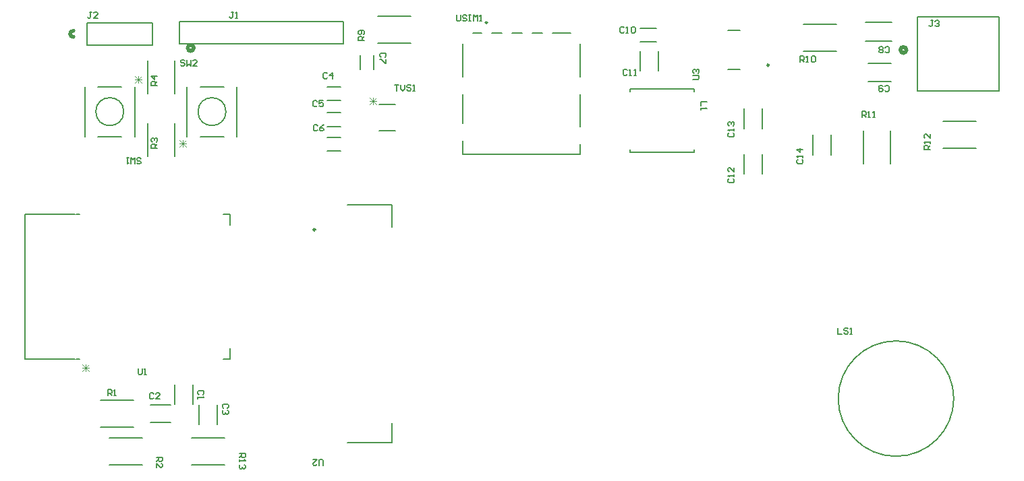
<source format=gto>
G04*
G04 #@! TF.GenerationSoftware,Altium Limited,Altium Designer,24.8.2 (39)*
G04*
G04 Layer_Color=65535*
%FSLAX44Y44*%
%MOMM*%
G71*
G04*
G04 #@! TF.SameCoordinates,F9089647-E578-4EC2-B09E-D5C07AF86723*
G04*
G04*
G04 #@! TF.FilePolarity,Positive*
G04*
G01*
G75*
%ADD10C,0.1524*%
%ADD11C,0.2500*%
%ADD12C,0.1500*%
%ADD13C,0.5080*%
%ADD14C,0.2000*%
%ADD15C,0.1270*%
%ADD16C,0.0762*%
%ADD17C,0.1778*%
D10*
X188976Y457200D02*
G03*
X188976Y457200I-17526J0D01*
G01*
X60706D02*
G03*
X60706Y457200I-17526J0D01*
G01*
X763Y145907D02*
X5197D01*
X-63208Y328533D02*
X-763D01*
X156596Y488442D02*
X186304D01*
X194348Y314843D02*
Y328533D01*
X140208Y425958D02*
Y488442D01*
X-63208Y145907D02*
X-763D01*
X185842Y328533D02*
X194348D01*
Y145907D02*
Y159598D01*
X763Y328533D02*
X5197D01*
X-63208Y145907D02*
Y328533D01*
X156596Y425958D02*
X186304D01*
X202692D02*
Y488442D01*
X185842Y145907D02*
X194348D01*
X381127Y466090D02*
X401193D01*
X381127Y433070D02*
X401193D01*
X130810Y570230D02*
X336550D01*
X96774Y541020D02*
Y568960D01*
X28326Y425958D02*
X58034D01*
X11938D02*
Y488442D01*
X14986Y568960D02*
X96774D01*
X14986Y541020D02*
Y568960D01*
X1159580Y483400D02*
Y575940D01*
X1057040Y483400D02*
X1159580D01*
X74422Y425958D02*
Y488442D01*
X130810Y542290D02*
X336550D01*
X28326Y488442D02*
X58034D01*
X130810Y542290D02*
Y570230D01*
X14986Y541020D02*
X96774D01*
X336550Y542290D02*
Y570230D01*
X1057040Y483400D02*
Y575940D01*
X1159580D01*
D11*
X301260Y308920D02*
G03*
X301260Y308920I-1250J0D01*
G01*
X516970Y569290D02*
G03*
X516970Y569290I-1250J0D01*
G01*
X870520Y515620D02*
G03*
X870520Y515620I-1250J0D01*
G01*
D12*
X1102470Y96520D02*
G03*
X1102470Y96520I-72500J0D01*
G01*
D13*
X1043070Y534670D02*
G03*
X1043070Y534670I-3810J0D01*
G01*
X148590Y537210D02*
G03*
X148590Y537210I-3810J0D01*
G01*
X-2540Y558792D02*
G03*
X-2540Y551189I-254J-3801D01*
G01*
D14*
X42811Y47480D02*
X84189D01*
X90950Y400951D02*
Y442329D01*
X1022840Y392061D02*
Y433439D01*
X914031Y532910D02*
X955409D01*
X708760Y562220D02*
X728880D01*
X988840Y392061D02*
Y433439D01*
X42811Y13480D02*
X84189D01*
X145681Y47480D02*
X187059D01*
X90950Y479691D02*
Y521069D01*
X124950Y400951D02*
Y442329D01*
Y479691D02*
Y521069D01*
X145681Y13480D02*
X187059D01*
X341510Y41420D02*
X397510D01*
X94149Y66220D02*
X119211D01*
X94149Y88720D02*
X119211D01*
X379361Y577070D02*
X420739D01*
X397510Y41420D02*
Y65920D01*
X341510Y340420D02*
X397510D01*
X147140Y89069D02*
Y114131D01*
X31381Y60470D02*
X72759D01*
X31381Y94470D02*
X72759D01*
X177620Y63669D02*
Y88731D01*
X155120Y63669D02*
Y88731D01*
X124640Y89069D02*
Y114131D01*
X379361Y543070D02*
X420739D01*
X862150Y436019D02*
Y461081D01*
X839650Y378629D02*
Y403691D01*
X914031Y566910D02*
X955409D01*
X1089291Y410990D02*
X1130669D01*
X1089291Y444990D02*
X1130669D01*
X839650Y436019D02*
Y461081D01*
X731340Y508169D02*
Y533231D01*
X708840Y508169D02*
Y533231D01*
X397510Y311920D02*
Y340420D01*
X926010Y402759D02*
Y427821D01*
X948510Y402759D02*
Y427821D01*
X708760Y545220D02*
X728880D01*
X862150Y378629D02*
Y403691D01*
X991849Y545749D02*
X1024911D01*
X991849Y569311D02*
X1024911D01*
X995119Y495449D02*
X1024181D01*
X995119Y518011D02*
X1024181D01*
X498670Y555990D02*
X509520D01*
X633720Y403290D02*
Y416690D01*
Y438190D02*
Y479290D01*
X573820Y555990D02*
X585720D01*
X548420D02*
X560320D01*
X523020D02*
X534920D01*
X633720Y500790D02*
Y542790D01*
X486420Y403290D02*
X633720D01*
X315720Y455700D02*
X333220D01*
X315773Y438670D02*
X333273D01*
X486420Y442190D02*
Y479290D01*
Y500790D02*
Y542790D01*
X599220Y555990D02*
X621470D01*
X486420Y403290D02*
Y420690D01*
X315720Y488560D02*
X333220D01*
X357230Y510627D02*
Y528126D01*
X374260Y510680D02*
Y528180D01*
X819270Y559170D02*
X834270D01*
X819270Y510170D02*
X834270D01*
X315720Y425060D02*
X333220D01*
X315773Y408030D02*
X333273D01*
X315773Y471530D02*
X333273D01*
D15*
X696600Y405770D02*
Y409595D01*
Y405770D02*
X776600D01*
Y409595D01*
X696600Y485770D02*
X776600D01*
Y481945D02*
Y485770D01*
X696600Y481945D02*
Y485770D01*
D16*
X131004Y413004D02*
X139468Y421468D01*
Y413004D02*
X131004Y421468D01*
X135236Y413004D02*
Y421468D01*
X139468Y417236D02*
X131004D01*
X8740Y130844D02*
X17204Y139308D01*
Y130844D02*
X8740Y139308D01*
X12972Y130844D02*
Y139308D01*
X17204Y135076D02*
X8740D01*
X368980Y474486D02*
X377444Y466022D01*
X368980D02*
X377444Y474486D01*
X368980Y470254D02*
X377444D01*
X373212Y466022D02*
Y474486D01*
X83626Y501396D02*
X75162Y492932D01*
Y501396D02*
X83626Y492932D01*
X79394Y501396D02*
Y492932D01*
X75162Y497164D02*
X83626D01*
D17*
X310948Y12743D02*
Y19091D01*
X309678Y20360D01*
X307139D01*
X305870Y19091D01*
Y12743D01*
X298252Y20360D02*
X303330D01*
X298252Y15282D01*
Y14012D01*
X299522Y12743D01*
X302061D01*
X303330Y14012D01*
X478309Y578637D02*
Y572289D01*
X479579Y571019D01*
X482118D01*
X483387Y572289D01*
Y578637D01*
X491005Y577367D02*
X489735Y578637D01*
X487196D01*
X485927Y577367D01*
Y576097D01*
X487196Y574828D01*
X489735D01*
X491005Y573558D01*
Y572289D01*
X489735Y571019D01*
X487196D01*
X485927Y572289D01*
X493544Y578637D02*
X496083D01*
X494814D01*
Y571019D01*
X493544D01*
X496083D01*
X499892D02*
Y578637D01*
X502431Y576097D01*
X504970Y578637D01*
Y571019D01*
X507509D02*
X510049D01*
X508779D01*
Y578637D01*
X507509Y577367D01*
X987425Y449987D02*
Y457605D01*
X991234D01*
X992503Y456335D01*
Y453796D01*
X991234Y452526D01*
X987425D01*
X989964D02*
X992503Y449987D01*
X995042D02*
X997582D01*
X996312D01*
Y457605D01*
X995042Y456335D01*
X1001391Y449987D02*
X1003930D01*
X1002660D01*
Y457605D01*
X1001391Y456335D01*
X205741Y27302D02*
X213359D01*
Y23493D01*
X212089Y22224D01*
X209550D01*
X208280Y23493D01*
Y27302D01*
Y24763D02*
X205741Y22224D01*
Y19684D02*
Y17145D01*
Y18415D01*
X213359D01*
X212089Y19684D01*
Y13336D02*
X213359Y12067D01*
Y9528D01*
X212089Y8258D01*
X210820D01*
X209550Y9528D01*
Y10797D01*
Y9528D01*
X208280Y8258D01*
X207011D01*
X205741Y9528D01*
Y12067D01*
X207011Y13336D01*
X957199Y185544D02*
Y177927D01*
X962277D01*
X969895Y184275D02*
X968625Y185544D01*
X966086D01*
X964817Y184275D01*
Y183005D01*
X966086Y181736D01*
X968625D01*
X969895Y180466D01*
Y179197D01*
X968625Y177927D01*
X966086D01*
X964817Y179197D01*
X972434Y177927D02*
X974973D01*
X973704D01*
Y185544D01*
X972434Y184275D01*
X137031Y521079D02*
X135762Y522349D01*
X133223D01*
X131953Y521079D01*
Y519809D01*
X133223Y518540D01*
X135762D01*
X137031Y517270D01*
Y516001D01*
X135762Y514731D01*
X133223D01*
X131953Y516001D01*
X139571Y522349D02*
Y514731D01*
X142110Y517270D01*
X144649Y514731D01*
Y522349D01*
X152266Y514731D02*
X147188D01*
X152266Y519809D01*
Y521079D01*
X150997Y522349D01*
X148458D01*
X147188Y521079D01*
X77097Y392819D02*
X78366Y391549D01*
X80906D01*
X82175Y392819D01*
Y394089D01*
X80906Y395358D01*
X78366D01*
X77097Y396628D01*
Y397897D01*
X78366Y399167D01*
X80906D01*
X82175Y397897D01*
X74557Y391549D02*
Y399167D01*
X72018Y396628D01*
X69479Y399167D01*
Y391549D01*
X66940Y399167D02*
X64401D01*
X65670D01*
Y391549D01*
X66940Y392819D01*
X1072743Y409575D02*
X1065125D01*
Y413384D01*
X1066395Y414653D01*
X1068934D01*
X1070204Y413384D01*
Y409575D01*
Y412114D02*
X1072743Y414653D01*
Y417192D02*
Y419732D01*
Y418462D01*
X1065125D01*
X1066395Y417192D01*
X1072743Y428619D02*
Y423540D01*
X1067664Y428619D01*
X1066395D01*
X1065125Y427349D01*
Y424810D01*
X1066395Y423540D01*
X909958Y519431D02*
Y527049D01*
X913767D01*
X915036Y525779D01*
Y523240D01*
X913767Y521970D01*
X909958D01*
X912497D02*
X915036Y519431D01*
X917576D02*
X920115D01*
X918845D01*
Y527049D01*
X917576Y525779D01*
X923924D02*
X925193Y527049D01*
X927732D01*
X929002Y525779D01*
Y520701D01*
X927732Y519431D01*
X925193D01*
X923924Y520701D01*
Y525779D01*
X362813Y546481D02*
X355195D01*
Y550290D01*
X356465Y551559D01*
X359004D01*
X360274Y550290D01*
Y546481D01*
Y549020D02*
X362813Y551559D01*
X361543Y554099D02*
X362813Y555368D01*
Y557907D01*
X361543Y559177D01*
X356465D01*
X355195Y557907D01*
Y555368D01*
X356465Y554099D01*
X357734D01*
X359004Y555368D01*
Y559177D01*
X102997Y490093D02*
X95379D01*
Y493902D01*
X96649Y495171D01*
X99188D01*
X100458Y493902D01*
Y490093D01*
Y492632D02*
X102997Y495171D01*
Y501519D02*
X95379D01*
X99188Y497710D01*
Y502789D01*
X102997Y411353D02*
X95379D01*
Y415162D01*
X96649Y416431D01*
X99188D01*
X100458Y415162D01*
Y411353D01*
Y413892D02*
X102997Y416431D01*
X96649Y418971D02*
X95379Y420240D01*
Y422779D01*
X96649Y424049D01*
X97918D01*
X99188Y422779D01*
Y421510D01*
Y422779D01*
X100458Y424049D01*
X101727D01*
X102997Y422779D01*
Y420240D01*
X101727Y418971D01*
X101601Y22858D02*
X109219D01*
Y19049D01*
X107949Y17780D01*
X105410D01*
X104140Y19049D01*
Y22858D01*
Y20319D02*
X101601Y17780D01*
Y10162D02*
Y15240D01*
X106680Y10162D01*
X107949D01*
X109219Y11432D01*
Y13971D01*
X107949Y15240D01*
X40642Y100331D02*
Y107949D01*
X44450D01*
X45720Y106679D01*
Y104140D01*
X44450Y102870D01*
X40642D01*
X43181D02*
X45720Y100331D01*
X48259D02*
X50798D01*
X49529D01*
Y107949D01*
X48259Y106679D01*
X792479Y469898D02*
X784861D01*
Y464820D01*
Y462281D02*
Y459742D01*
Y461011D01*
X792479D01*
X791209Y462281D01*
X906655Y397127D02*
X905386Y395858D01*
Y393319D01*
X906655Y392049D01*
X911733D01*
X913003Y393319D01*
Y395858D01*
X911733Y397127D01*
X913003Y399666D02*
Y402206D01*
Y400936D01*
X905386D01*
X906655Y399666D01*
X913003Y409823D02*
X905386D01*
X909194Y406015D01*
Y411093D01*
X820295Y430387D02*
X819025Y429118D01*
Y426578D01*
X820295Y425309D01*
X825373D01*
X826643Y426578D01*
Y429118D01*
X825373Y430387D01*
X826643Y432926D02*
Y435466D01*
Y434196D01*
X819025D01*
X820295Y432926D01*
Y439274D02*
X819025Y440544D01*
Y443083D01*
X820295Y444353D01*
X821565D01*
X822834Y443083D01*
Y441813D01*
Y443083D01*
X824104Y444353D01*
X825373D01*
X826643Y443083D01*
Y440544D01*
X825373Y439274D01*
X820295Y372997D02*
X819025Y371728D01*
Y369189D01*
X820295Y367919D01*
X825373D01*
X826643Y369189D01*
Y371728D01*
X825373Y372997D01*
X826643Y375536D02*
Y378076D01*
Y376806D01*
X819025D01*
X820295Y375536D01*
X826643Y386963D02*
Y381884D01*
X821565Y386963D01*
X820295D01*
X819025Y385693D01*
Y383154D01*
X820295Y381884D01*
X692786Y509269D02*
X691516Y510539D01*
X688977D01*
X687708Y509269D01*
Y504191D01*
X688977Y502921D01*
X691516D01*
X692786Y504191D01*
X695325Y502921D02*
X697864D01*
X696595D01*
Y510539D01*
X695325Y509269D01*
X701673Y502921D02*
X704212D01*
X702943D01*
Y510539D01*
X701673Y509269D01*
X688976Y562609D02*
X687707Y563879D01*
X685168D01*
X683898Y562609D01*
Y557531D01*
X685168Y556261D01*
X687707D01*
X688976Y557531D01*
X691516Y556261D02*
X694055D01*
X692785D01*
Y563879D01*
X691516Y562609D01*
X697864D02*
X699133Y563879D01*
X701672D01*
X702942Y562609D01*
Y557531D01*
X701672Y556261D01*
X699133D01*
X697864Y557531D01*
Y562609D01*
X1015875Y483999D02*
X1017144Y482729D01*
X1019683D01*
X1020953Y483999D01*
Y489077D01*
X1019683Y490347D01*
X1017144D01*
X1015875Y489077D01*
X1013335D02*
X1012066Y490347D01*
X1009527D01*
X1008257Y489077D01*
Y483999D01*
X1009527Y482729D01*
X1012066D01*
X1013335Y483999D01*
Y485269D01*
X1012066Y486538D01*
X1008257D01*
X1016637Y532513D02*
X1017906Y531244D01*
X1020445D01*
X1021715Y532513D01*
Y537591D01*
X1020445Y538861D01*
X1017906D01*
X1016637Y537591D01*
X1014098Y532513D02*
X1012828Y531244D01*
X1010289D01*
X1009019Y532513D01*
Y533783D01*
X1010289Y535052D01*
X1009019Y536322D01*
Y537591D01*
X1010289Y538861D01*
X1012828D01*
X1014098Y537591D01*
Y536322D01*
X1012828Y535052D01*
X1014098Y533783D01*
Y532513D01*
X1012828Y535052D02*
X1010289D01*
X388491Y525655D02*
X389761Y526924D01*
Y529463D01*
X388491Y530733D01*
X383413D01*
X382143Y529463D01*
Y526924D01*
X383413Y525655D01*
X389761Y523116D02*
Y518037D01*
X388491D01*
X383413Y523116D01*
X382143D01*
X304150Y439291D02*
X302881Y440560D01*
X300341D01*
X299072Y439291D01*
Y434213D01*
X300341Y432943D01*
X302881D01*
X304150Y434213D01*
X311768Y440560D02*
X309229Y439291D01*
X306689Y436752D01*
Y434213D01*
X307959Y432943D01*
X310498D01*
X311768Y434213D01*
Y435482D01*
X310498Y436752D01*
X306689D01*
X303739Y469931D02*
X302470Y471200D01*
X299930D01*
X298661Y469931D01*
Y464853D01*
X299930Y463583D01*
X302470D01*
X303739Y464853D01*
X311357Y471200D02*
X306278D01*
Y467392D01*
X308817Y468661D01*
X310087D01*
X311357Y467392D01*
Y464853D01*
X310087Y463583D01*
X307548D01*
X306278Y464853D01*
X316213Y505077D02*
X314944Y506347D01*
X312405D01*
X311135Y505077D01*
Y499999D01*
X312405Y498729D01*
X314944D01*
X316213Y499999D01*
X322561Y498729D02*
Y506347D01*
X318753Y502538D01*
X323831D01*
X191133Y84457D02*
X192402Y85726D01*
Y88265D01*
X191133Y89535D01*
X186055D01*
X184785Y88265D01*
Y85726D01*
X186055Y84457D01*
X191133Y81917D02*
X192402Y80648D01*
Y78109D01*
X191133Y76839D01*
X189863D01*
X188594Y78109D01*
Y79378D01*
Y78109D01*
X187324Y76839D01*
X186055D01*
X184785Y78109D01*
Y80648D01*
X186055Y81917D01*
X98423Y102233D02*
X97154Y103503D01*
X94615D01*
X93345Y102233D01*
Y97155D01*
X94615Y95885D01*
X97154D01*
X98423Y97155D01*
X106041Y95885D02*
X100962D01*
X106041Y100963D01*
Y102233D01*
X104771Y103503D01*
X102232D01*
X100962Y102233D01*
X160019Y101600D02*
X161289Y102870D01*
Y105409D01*
X160019Y106678D01*
X154941D01*
X153671Y105409D01*
Y102870D01*
X154941Y101600D01*
X153671Y99061D02*
Y96522D01*
Y97791D01*
X161289D01*
X160019Y99061D01*
X775336Y497715D02*
X781684D01*
X782954Y498985D01*
Y501524D01*
X781684Y502793D01*
X775336D01*
X776606Y505333D02*
X775336Y506602D01*
Y509141D01*
X776606Y510411D01*
X777876D01*
X779145Y509141D01*
Y507872D01*
Y509141D01*
X780415Y510411D01*
X781684D01*
X782954Y509141D01*
Y506602D01*
X781684Y505333D01*
X1076692Y571749D02*
X1074153D01*
X1075423D01*
Y565401D01*
X1074153Y564131D01*
X1072884D01*
X1071614Y565401D01*
X1079232Y570479D02*
X1080501Y571749D01*
X1083040D01*
X1084310Y570479D01*
Y569210D01*
X1083040Y567940D01*
X1081771D01*
X1083040D01*
X1084310Y566670D01*
Y565401D01*
X1083040Y564131D01*
X1080501D01*
X1079232Y565401D01*
X78742Y134619D02*
Y128271D01*
X80011Y127001D01*
X82550D01*
X83820Y128271D01*
Y134619D01*
X86359Y127001D02*
X88898D01*
X87629D01*
Y134619D01*
X86359Y133349D01*
X400929Y490980D02*
X406008D01*
X403469D01*
Y483362D01*
X408547Y490980D02*
Y485902D01*
X411086Y483362D01*
X413625Y485902D01*
Y490980D01*
X421243Y489710D02*
X419973Y490980D01*
X417434D01*
X416164Y489710D01*
Y488441D01*
X417434Y487171D01*
X419973D01*
X421243Y485902D01*
Y484632D01*
X419973Y483362D01*
X417434D01*
X416164Y484632D01*
X423782Y483362D02*
X426321D01*
X425052D01*
Y490980D01*
X423782Y489710D01*
X20182Y582422D02*
X17642D01*
X18912D01*
Y576074D01*
X17642Y574804D01*
X16373D01*
X15103Y576074D01*
X27799Y574804D02*
X22721D01*
X27799Y579883D01*
Y581152D01*
X26529Y582422D01*
X23990D01*
X22721Y581152D01*
X198603Y582422D02*
X196064D01*
X197334D01*
Y576074D01*
X196064Y574804D01*
X194794D01*
X193525Y576074D01*
X201142Y574804D02*
X203682D01*
X202412D01*
Y582422D01*
X201142Y581152D01*
M02*

</source>
